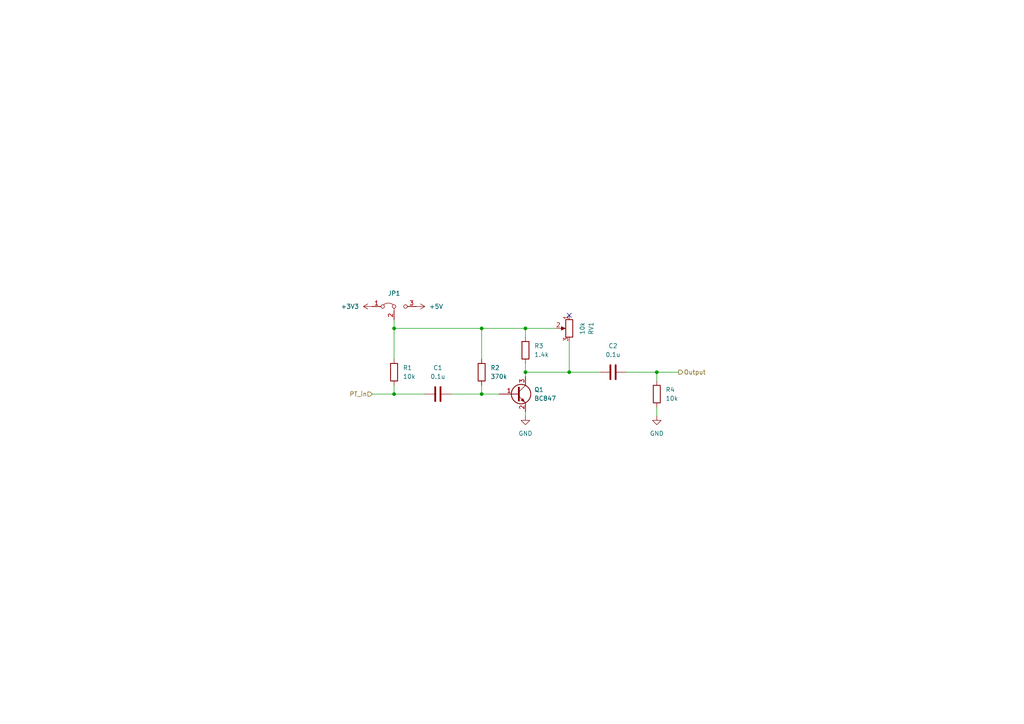
<source format=kicad_sch>
(kicad_sch (version 20231120) (generator "eeschema") (generator_version "8.0")
  (paper "A4")
  (title_block (date "2024-05-30") (company "Group 27"))
  (lib_symbols
    (symbol "Device:C" (pin_numbers hide) (pin_names (offset 0.254))
      (property "Reference" "C" (at 0.635 2.54 0))
      (property "Value" "C" (at 0.635 -2.54 0))
      (symbol "C_0_1"
        (polyline (pts (xy -2.032 -0.762) (xy 2.032 -0.762)) (stroke (width 0.508)))
        (polyline (pts (xy -2.032 0.762) (xy 2.032 0.762)) (stroke (width 0.508)))
      )
      (symbol "C_1_1"
        (pin passive line (at 0 3.81 270) (length 2.794) (name "~") (number "1"))
        (pin passive line (at 0 -3.81 90) (length 2.794) (name "~") (number "2"))
      )
    )
    (symbol "Device:R" (pin_numbers hide) (pin_names (offset 0))
      (property "Reference" "R" (at 2.032 0 90))
      (property "Value" "R" (at 0 0 90))
      (symbol "R_0_1"
        (rectangle (start -1.016 -2.54) (end 1.016 2.54) (stroke (width 0.254)))
      )
      (symbol "R_1_1"
        (pin passive line (at 0 3.81 270) (length 1.27) (name "~") (number "1"))
        (pin passive line (at 0 -3.81 90) (length 1.27) (name "~") (number "2"))
      )
    )
    (symbol "Device:R_Potentiometer" (pin_names (offset 1.016) hide)
      (property "Reference" "RV" (at -4.445 0 90))
      (property "Value" "R_Potentiometer" (at -2.54 0 90))
      (symbol "R_Potentiometer_0_1"
        (polyline (pts (xy 2.54 0) (xy 1.524 0)))
        (polyline (pts (xy 1.143 0) (xy 2.286 0.508) (xy 2.286 -0.508) (xy 1.143 0)) (fill (type outline)))
        (rectangle (start 1.016 2.54) (end -1.016 -2.54) (stroke (width 0.254)))
      )
      (symbol "R_Potentiometer_1_1"
        (pin passive line (at 0 3.81 270) (length 1.27) (name "1") (number "1"))
        (pin passive line (at 3.81 0 180) (length 1.27) (name "2") (number "2"))
        (pin passive line (at 0 -3.81 90) (length 1.27) (name "3") (number "3"))
      )
    )
    (symbol "Jumper:Jumper_3_Bridged12" (pin_names (offset 0) hide) (exclude_from_sim yes) (in_bom no)
      (property "Reference" "JP" (at -2.54 -2.54 0))
      (property "Value" "Jumper_3_Bridged12" (at 0 2.794 0))
      (symbol "Jumper_3_Bridged12_0_0"
        (circle (center -3.302 0) (radius 0.508))
        (circle (center 0 0) (radius 0.508))
        (circle (center 3.302 0) (radius 0.508))
      )
      (symbol "Jumper_3_Bridged12_0_1"
        (arc (start -0.254 0.508) (mid -1.651 0.9912) (end -3.048 0.508))
        (polyline (pts (xy 0 -1.27) (xy 0 -0.508)))
      )
      (symbol "Jumper_3_Bridged12_1_1"
        (pin passive line (at -6.35 0 0) (length 2.54) (name "A") (number "1"))
        (pin passive line (at 0 -3.81 90) (length 2.54) (name "C") (number "2"))
        (pin passive line (at 6.35 0 180) (length 2.54) (name "B") (number "3"))
      )
    )
    (symbol "Transistor_BJT:BC847" (pin_names (offset 0) hide)
      (property "Reference" "Q" (at 5.08 1.905 0))
      (property "Value" "BC847" (at 5.08 0 0))
      (symbol "BC847_0_1"
        (polyline (pts (xy 0.635 0.635) (xy 2.54 2.54)))
        (polyline (pts (xy 0.635 -0.635) (xy 2.54 -2.54) (xy 2.54 -2.54)))
        (polyline (pts (xy 0.635 1.905) (xy 0.635 -1.905) (xy 0.635 -1.905)) (stroke (width 0.508)))
        (polyline (pts (xy 1.27 -1.778) (xy 1.778 -1.27) (xy 2.286 -2.286) (xy 1.27 -1.778) (xy 1.27 -1.778)) (fill (type outline)))
        (circle (center 1.27 0) (radius 2.8194) (stroke (width 0.254)))
      )
      (symbol "BC847_1_1"
        (pin input line (at -5.08 0 0) (length 5.715) (name "B") (number "1"))
        (pin passive line (at 2.54 -5.08 90) (length 2.54) (name "E") (number "2"))
        (pin passive line (at 2.54 5.08 270) (length 2.54) (name "C") (number "3"))
      )
    )
    (symbol "power:+3V3" (power) (pin_numbers hide) (pin_names (offset 0) hide)
      (property "Value" "+3V3" (at 0 3.556 0))
      (symbol "+3V3_0_1"
        (polyline (pts (xy -0.762 1.27) (xy 0 2.54)))
        (polyline (pts (xy 0 0) (xy 0 2.54)))
        (polyline (pts (xy 0 2.54) (xy 0.762 1.27)))
      )
      (symbol "+3V3_1_1"
        (pin power_in line (at 0 0 90) (length 0) (name "~") (number "1"))
      )
    )
    (symbol "power:+5V" (power) (pin_numbers hide) (pin_names (offset 0) hide)
      (property "Value" "+5V" (at 0 3.556 0))
      (symbol "+5V_0_1"
        (polyline (pts (xy -0.762 1.27) (xy 0 2.54)))
        (polyline (pts (xy 0 0) (xy 0 2.54)))
        (polyline (pts (xy 0 2.54) (xy 0.762 1.27)))
      )
      (symbol "+5V_1_1"
        (pin power_in line (at 0 0 90) (length 0) (name "~") (number "1"))
      )
    )
    (symbol "power:GND" (power) (pin_names (offset 0))
      (property "Value" "GND" (at 0 -3.81 0))
      (symbol "GND_0_1"
        (polyline (pts (xy 0 0) (xy 0 -1.27) (xy 1.27 -1.27) (xy 0 -2.54) (xy -1.27 -1.27) (xy 0 -1.27)))
      )
      (symbol "GND_1_1"
        (pin power_in line (at 0 0 270) (length 0) hide (name "GND") (number "1"))
      )
    )
  )
  (junction (at 114.3 95.25))
  (junction (at 152.4 95.25))
  (junction (at 165.1 107.95))
  (junction (at 139.7 114.3))
  (junction (at 114.3 114.3))
  (junction (at 139.7 95.25))
  (junction (at 190.5 107.95))
  (junction (at 152.4 107.95))
  (no_connect (at 165.1 91.44))
  (wire (pts (xy 152.4 107.95) (xy 165.1 107.95)))
  (wire (pts (xy 190.5 107.95) (xy 196.85 107.95)))
  (wire (pts (xy 152.4 105.41) (xy 152.4 107.95)))
  (wire (pts (xy 190.5 107.95) (xy 190.5 110.49)))
  (wire (pts (xy 139.7 114.3) (xy 139.7 111.76)))
  (wire (pts (xy 190.5 118.11) (xy 190.5 120.65)))
  (wire (pts (xy 114.3 114.3) (xy 123.19 114.3)))
  (wire (pts (xy 165.1 107.95) (xy 173.99 107.95)))
  (wire (pts (xy 139.7 114.3) (xy 144.78 114.3)))
  (wire (pts (xy 139.7 95.25) (xy 139.7 104.14)))
  (wire (pts (xy 152.4 119.38) (xy 152.4 120.65)))
  (wire (pts (xy 114.3 95.25) (xy 114.3 104.14)))
  (wire (pts (xy 114.3 111.76) (xy 114.3 114.3)))
  (wire (pts (xy 107.95 114.3) (xy 114.3 114.3)))
  (wire (pts (xy 130.81 114.3) (xy 139.7 114.3)))
  (wire (pts (xy 152.4 107.95) (xy 152.4 109.22)))
  (wire (pts (xy 114.3 92.71) (xy 114.3 95.25)))
  (wire (pts (xy 181.61 107.95) (xy 190.5 107.95)))
  (wire (pts (xy 114.3 95.25) (xy 139.7 95.25)))
  (wire (pts (xy 152.4 95.25) (xy 152.4 97.79)))
  (wire (pts (xy 152.4 95.25) (xy 161.29 95.25)))
  (wire (pts (xy 165.1 99.06) (xy 165.1 107.95)))
  (wire (pts (xy 139.7 95.25) (xy 152.4 95.25)))
  (hierarchical_label "PT_in" (shape input) (at 107.95 114.3 180))
  (hierarchical_label "Output" (shape output) (at 196.85 107.95 0))
  (symbol (lib_id "power:+3V3") (at 107.95 88.9 90) (unit 1)
    (property "Reference" "#PWR010" (effects (hide yes)))
    (property "Value" "+3V3" (at 104.14 88.8999 90) (effects (justify left)))
    (property "Description" "Power symbol creates a global label with name \"+3V3\"" (effects (hide yes)))
  )
  (symbol (lib_id "Device:R_Potentiometer") (at 165.1 95.25 0) (mirror y) (unit 1)
    (property "Reference" "RV1" (at 171.45 95.25 90))
    (property "Value" "10k" (at 168.91 95.25 90))
    (property "Footprint" "Potentiometer_SMD:Potentiometer_Bourns_TC33X_Vertical" (effects (hide yes)))
    (property "Description" "Potentiometer" (effects (hide yes)))
  )
  (symbol (lib_id "power:+5V") (at 120.65 88.9 270) (unit 1)
    (property "Reference" "#PWR011" (effects (hide yes)))
    (property "Value" "+5V" (at 124.46 88.8999 90) (effects (justify left)))
    (property "Description" "Power symbol creates a global label with name \"+5V\"" (effects (hide yes)))
  )
  (symbol (lib_id "Transistor_BJT:BC847") (at 149.86 114.3 0) (unit 1)
    (property "Reference" "Q1" (at 154.94 113.0299 0) (effects (justify left)))
    (property "Value" "BC847" (at 154.94 115.5699 0) (effects (justify left)))
    (property "Footprint" "Package_TO_SOT_SMD:SOT-23" (effects (hide yes)))
    (property "Datasheet" "http://www.infineon.com/dgdl/Infineon-BC847SERIES_BC848SERIES_BC849SERIES_BC850SERIES-DS-v01_01-en.pdf?fileId=db3a304314dca389011541d4630a1657" (effects (hide yes)))
    (property "Description" "0.1A Ic, 45V Vce, NPN Transistor, SOT-23" (effects (hide yes)))
  )
  (symbol (lib_id "Device:R") (at 152.4 101.6 0) (unit 1)
    (property "Reference" "R3" (at 154.94 100.3299 0) (effects (justify left)))
    (property "Value" "1.4k" (at 154.94 102.8699 0) (effects (justify left)))
    (property "Footprint" "Resistor_SMD:R_0805_2012Metric" (effects (hide yes)))
    (property "Description" "Resistor" (effects (hide yes)))
  )
  (symbol (lib_id "Device:C") (at 177.8 107.95 90) (unit 1)
    (property "Reference" "C2" (at 177.8 100.33 90))
    (property "Value" "0.1u" (at 177.8 102.87 90))
    (property "Footprint" "Capacitor_SMD:C_0805_2012Metric" (effects (hide yes)))
    (property "Description" "Unpolarized capacitor" (effects (hide yes)))
  )
  (symbol (lib_id "Device:R") (at 114.3 107.95 0) (unit 1)
    (property "Reference" "R1" (at 116.84 106.6799 0) (effects (justify left)))
    (property "Value" "10k" (at 116.84 109.2199 0) (effects (justify left)))
    (property "Footprint" "Resistor_SMD:R_0805_2012Metric" (effects (hide yes)))
    (property "Description" "Resistor" (effects (hide yes)))
  )
  (symbol (lib_id "power:GND") (at 190.5 120.65 0) (unit 1)
    (property "Reference" "#PWR013" (effects (hide yes)))
    (property "Value" "GND" (at 190.5 125.73 0))
    (property "Description" "Power symbol creates a global label with name \"GND\" , ground" (effects (hide yes)))
  )
  (symbol (lib_id "power:GND") (at 152.4 120.65 0) (unit 1)
    (property "Reference" "#PWR012" (effects (hide yes)))
    (property "Value" "GND" (at 152.4 125.73 0))
    (property "Description" "Power symbol creates a global label with name \"GND\" , ground" (effects (hide yes)))
  )
  (symbol (lib_id "Jumper:Jumper_3_Bridged12") (at 114.3 88.9 0) (unit 1) (exclude_from_sim yes) (in_bom no)
    (property "Reference" "JP1" (at 114.3 85.09 0))
    (property "Value" "Jumper_3_Bridged12" (effects (hide yes)))
    (property "Footprint" "Jumper:SolderJumper-3_P1.3mm_Bridged12_RoundedPad1.0x1.5mm_NumberLabels" (effects (hide yes)))
    (property "Description" "Jumper, 3-pole, pins 1+2 closed/bridged" (effects (hide yes)))
  )
  (symbol (lib_id "Device:R") (at 190.5 114.3 0) (unit 1)
    (property "Reference" "R4" (at 193.04 113.0299 0) (effects (justify left)))
    (property "Value" "10k" (at 193.04 115.5699 0) (effects (justify left)))
    (property "Footprint" "Resistor_SMD:R_0805_2012Metric" (effects (hide yes)))
    (property "Description" "Resistor" (effects (hide yes)))
  )
  (symbol (lib_id "Device:R") (at 139.7 107.95 0) (unit 1)
    (property "Reference" "R2" (at 142.24 106.6799 0) (effects (justify left)))
    (property "Value" "370k" (at 142.24 109.2199 0) (effects (justify left)))
    (property "Footprint" "Resistor_SMD:R_0805_2012Metric" (effects (hide yes)))
    (property "Description" "Resistor" (effects (hide yes)))
  )
  (symbol (lib_id "Device:C") (at 127 114.3 90) (unit 1)
    (property "Reference" "C1" (at 127 106.68 90))
    (property "Value" "0.1u" (at 127 109.22 90))
    (property "Footprint" "Capacitor_SMD:C_0805_2012Metric" (effects (hide yes)))
    (property "Description" "Unpolarized capacitor" (effects (hide yes)))
  )
)
</source>
